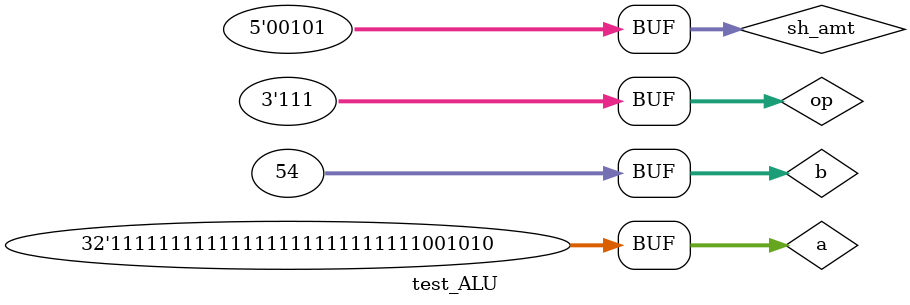
<source format=v>
`timescale 1ns / 1ps


module test_ALU;

	// Inputs
	reg [31:0] a;
	reg [31:0] b;
	reg [4:0] sh_amt;
	reg [2:0] op;

	// Outputs
	wire [31:0] result;
	wire neg;
	wire zero;
	wire carry;

	// Instantiate the Unit Under Test (UUT)
	ALU uut (
		.result(result), 
		.neg(neg), 
		.zero(zero), 
		.carry(carry), 
		.a(a), 
		.b(b), 
		.sh_amt(sh_amt), 
		.op(op)
	);

	initial begin
		// Initialize Inputs
		a = -54;
		b = 54;
		sh_amt = 5;
		op = 0;

		// Wait 100 ns for global reset to finish
		#100;
		
		op = 1;
		
		#100;
		
		op = 2;
		
		#100;
		
		op = 3;
      
		#100;
		
		op = 4;
		
		#100;
		
		op = 5;
		
		#100;
		
		op = 6;
		
		#100;
		
		op = 7;
		// Add stimulus here

	end
      
endmodule


</source>
